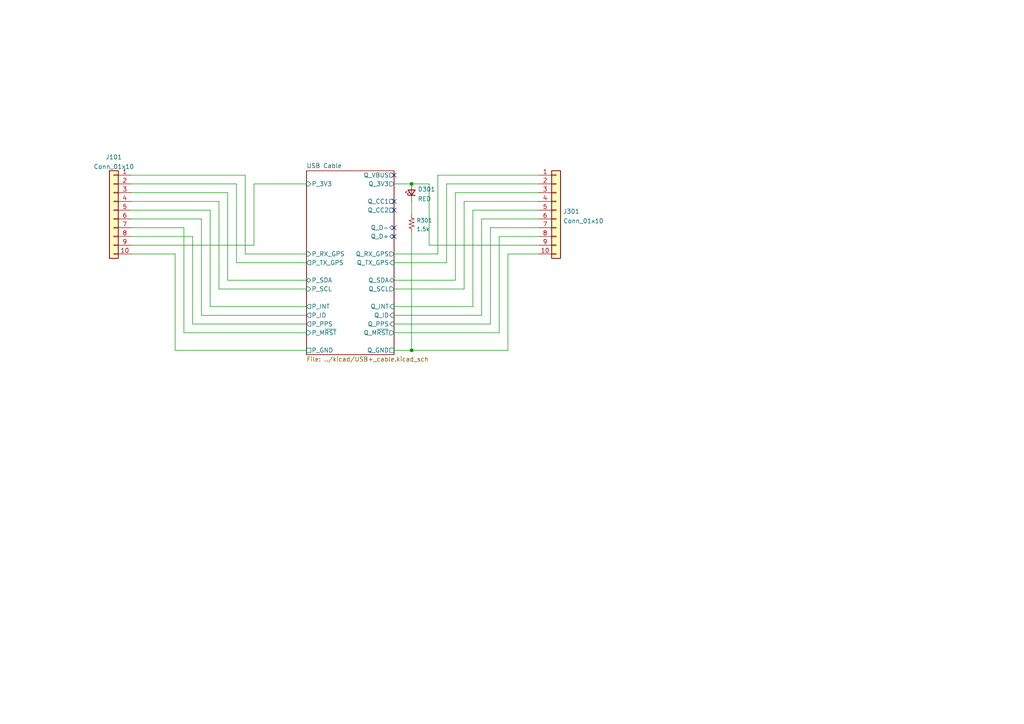
<source format=kicad_sch>
(kicad_sch (version 20211123) (generator eeschema)
  (paper "A4")
  (lib_symbols
    (symbol "Connector_Generic:Conn_01x10" (pin_names (offset 1.016) hide)
      (property "Reference" "J" (at 0 12.7 0))
      (property "Value" "Conn_01x10" (at 0 -15.24 0))
      (symbol "Conn_01x10_1_1"
        (rectangle (start -1.27 -12.573) (end 0 -12.827) (stroke (width 0.1524)))
        (rectangle (start -1.27 -10.033) (end 0 -10.287) (stroke (width 0.1524)))
        (rectangle (start -1.27 -7.493) (end 0 -7.747) (stroke (width 0.1524)))
        (rectangle (start -1.27 -4.953) (end 0 -5.207) (stroke (width 0.1524)))
        (rectangle (start -1.27 -2.413) (end 0 -2.667) (stroke (width 0.1524)))
        (rectangle (start -1.27 0.127) (end 0 -0.127) (stroke (width 0.1524)))
        (rectangle (start -1.27 2.667) (end 0 2.413) (stroke (width 0.1524)))
        (rectangle (start -1.27 5.207) (end 0 4.953) (stroke (width 0.1524)))
        (rectangle (start -1.27 7.747) (end 0 7.493) (stroke (width 0.1524)))
        (rectangle (start -1.27 10.287) (end 0 10.033) (stroke (width 0.1524)))
        (rectangle (start -1.27 11.43) (end 1.27 -13.97) (stroke (width 0.254)) (fill (type background)))
        (pin passive line (at -5.08 10.16 0) (length 3.81) (name "Pin_1") (number "1"))
        (pin passive line (at -5.08 -12.7 0) (length 3.81) (name "Pin_10") (number "10"))
        (pin passive line (at -5.08 7.62 0) (length 3.81) (name "Pin_2") (number "2"))
        (pin passive line (at -5.08 5.08 0) (length 3.81) (name "Pin_3") (number "3"))
        (pin passive line (at -5.08 2.54 0) (length 3.81) (name "Pin_4") (number "4"))
        (pin passive line (at -5.08 0 0) (length 3.81) (name "Pin_5") (number "5"))
        (pin passive line (at -5.08 -2.54 0) (length 3.81) (name "Pin_6") (number "6"))
        (pin passive line (at -5.08 -5.08 0) (length 3.81) (name "Pin_7") (number "7"))
        (pin passive line (at -5.08 -7.62 0) (length 3.81) (name "Pin_8") (number "8"))
        (pin passive line (at -5.08 -10.16 0) (length 3.81) (name "Pin_9") (number "9"))
      )
    )
    (symbol "Device:LED_Small" (pin_numbers hide) (pin_names (offset 0.254) hide)
      (property "Reference" "D" (at -1.27 3.175 0))
      (property "Value" "LED_Small" (at -4.445 -2.54 0))
      (symbol "LED_Small_0_1"
        (polyline (pts (xy -0.762 -1.016) (xy -0.762 1.016)) (stroke (width 0.254)))
        (polyline (pts (xy 1.016 0) (xy -0.762 0)))
        (polyline (pts (xy 0.762 -1.016) (xy -0.762 0) (xy 0.762 1.016) (xy 0.762 -1.016)) (stroke (width 0.254)))
        (polyline (pts (xy 0 0.762) (xy -0.508 1.27) (xy -0.254 1.27) (xy -0.508 1.27) (xy -0.508 1.016)))
        (polyline (pts (xy 0.508 1.27) (xy 0 1.778) (xy 0.254 1.778) (xy 0 1.778) (xy 0 1.524)))
      )
      (symbol "LED_Small_1_1"
        (pin passive line (at -2.54 0 0) (length 1.778) (name "K") (number "1"))
        (pin passive line (at 2.54 0 180) (length 1.778) (name "A") (number "2"))
      )
    )
    (symbol "KwanSystems:RESISTOR" (pin_numbers hide) (pin_names (offset 1.016) hide)
      (property "Reference" "R" (at -1.27 1.27 0))
      (property "Value" "RESISTOR" (at -1.27 -2.54 0))
      (symbol "RESISTOR_0_1"
        (polyline (pts (xy 0 0) (xy -0.254 0.762) (xy -0.762 -0.762) (xy -1.27 0.762) (xy -1.524 0)))
        (polyline (pts (xy 0 0) (xy 0.254 -0.762) (xy 0.762 0.762) (xy 1.27 -0.762) (xy 1.524 0)))
      )
      (symbol "RESISTOR_1_1"
        (pin passive line (at -2.54 0 0) (length 0.9906) (name "1") (number "1"))
        (pin passive line (at 2.54 0 180) (length 0.9906) (name "2") (number "2"))
      )
    )
  )
  (junction (at 119.38 101.6))
  (junction (at 119.38 53.34))
  (no_connect (at 114.3 66.04))
  (no_connect (at 114.3 68.58))
  (no_connect (at 114.3 60.96))
  (no_connect (at 114.3 50.8))
  (no_connect (at 114.3 58.42))
  (wire (pts (xy 53.34 66.04) (xy 38.1 66.04)))
  (wire (pts (xy 132.08 55.88) (xy 156.21 55.88)))
  (wire (pts (xy 88.9 81.28) (xy 66.04 81.28)))
  (wire (pts (xy 114.3 96.52) (xy 144.78 96.52)))
  (wire (pts (xy 147.32 73.66) (xy 147.32 101.6)))
  (wire (pts (xy 66.04 81.28) (xy 66.04 55.88)))
  (wire (pts (xy 68.58 76.2) (xy 68.58 53.34)))
  (wire (pts (xy 114.3 93.98) (xy 142.24 93.98)))
  (wire (pts (xy 63.5 83.82) (xy 63.5 58.42)))
  (wire (pts (xy 124.46 71.12) (xy 156.21 71.12)))
  (wire (pts (xy 60.96 88.9) (xy 60.96 60.96)))
  (wire (pts (xy 58.42 63.5) (xy 38.1 63.5)))
  (wire (pts (xy 134.62 58.42) (xy 156.21 58.42)))
  (wire (pts (xy 129.54 53.34) (xy 129.54 76.2)))
  (wire (pts (xy 50.8 101.6) (xy 50.8 73.66)))
  (wire (pts (xy 142.24 66.04) (xy 156.21 66.04)))
  (wire (pts (xy 50.8 101.6) (xy 88.9 101.6)))
  (wire (pts (xy 119.38 53.34) (xy 124.46 53.34)))
  (wire (pts (xy 114.3 76.2) (xy 129.54 76.2)))
  (wire (pts (xy 88.9 93.98) (xy 55.88 93.98)))
  (wire (pts (xy 124.46 53.34) (xy 124.46 71.12)))
  (wire (pts (xy 88.9 96.52) (xy 53.34 96.52)))
  (wire (pts (xy 50.8 73.66) (xy 38.1 73.66)))
  (wire (pts (xy 88.9 76.2) (xy 68.58 76.2)))
  (wire (pts (xy 139.7 63.5) (xy 139.7 91.44)))
  (wire (pts (xy 73.66 53.34) (xy 88.9 53.34)))
  (wire (pts (xy 134.62 58.42) (xy 134.62 83.82)))
  (wire (pts (xy 63.5 58.42) (xy 38.1 58.42)))
  (wire (pts (xy 88.9 83.82) (xy 63.5 83.82)))
  (wire (pts (xy 144.78 68.58) (xy 144.78 96.52)))
  (wire (pts (xy 60.96 60.96) (xy 38.1 60.96)))
  (wire (pts (xy 139.7 63.5) (xy 156.21 63.5)))
  (wire (pts (xy 71.12 50.8) (xy 38.1 50.8)))
  (wire (pts (xy 119.38 58.42) (xy 119.38 62.23)))
  (wire (pts (xy 132.08 55.88) (xy 132.08 81.28)))
  (wire (pts (xy 114.3 91.44) (xy 139.7 91.44)))
  (wire (pts (xy 88.9 73.66) (xy 71.12 73.66)))
  (wire (pts (xy 114.3 81.28) (xy 132.08 81.28)))
  (wire (pts (xy 114.3 53.34) (xy 119.38 53.34)))
  (wire (pts (xy 73.66 53.34) (xy 73.66 71.12)))
  (wire (pts (xy 114.3 101.6) (xy 119.38 101.6)))
  (wire (pts (xy 53.34 66.04) (xy 53.34 96.52)))
  (wire (pts (xy 60.96 88.9) (xy 88.9 88.9)))
  (wire (pts (xy 114.3 83.82) (xy 134.62 83.82)))
  (wire (pts (xy 73.66 71.12) (xy 38.1 71.12)))
  (wire (pts (xy 137.16 60.96) (xy 137.16 88.9)))
  (wire (pts (xy 127 50.8) (xy 156.21 50.8)))
  (wire (pts (xy 71.12 73.66) (xy 71.12 50.8)))
  (wire (pts (xy 147.32 73.66) (xy 156.21 73.66)))
  (wire (pts (xy 58.42 91.44) (xy 58.42 63.5)))
  (wire (pts (xy 144.78 68.58) (xy 156.21 68.58)))
  (wire (pts (xy 137.16 60.96) (xy 156.21 60.96)))
  (wire (pts (xy 88.9 91.44) (xy 58.42 91.44)))
  (wire (pts (xy 119.38 67.31) (xy 119.38 101.6)))
  (wire (pts (xy 119.38 101.6) (xy 147.32 101.6)))
  (wire (pts (xy 127 50.8) (xy 127 73.66)))
  (wire (pts (xy 142.24 66.04) (xy 142.24 93.98)))
  (wire (pts (xy 68.58 53.34) (xy 38.1 53.34)))
  (wire (pts (xy 55.88 68.58) (xy 38.1 68.58)))
  (wire (pts (xy 129.54 53.34) (xy 156.21 53.34)))
  (wire (pts (xy 114.3 88.9) (xy 137.16 88.9)))
  (wire (pts (xy 66.04 55.88) (xy 38.1 55.88)))
  (wire (pts (xy 55.88 68.58) (xy 55.88 93.98)))
  (wire (pts (xy 114.3 73.66) (xy 127 73.66)))
  (symbol (lib_id "KwanSystems:RESISTOR") (at 119.38 64.77 90) (unit 1)
    (property "Reference" "R301" (at 120.777 63.9397 90) (effects (font (size 1.143 1.143)) (justify right)))
    (property "Value" "1.5k" (at 120.777 66.4625 90) (effects (font (size 1.143 1.143)) (justify right)))
    (property "Footprint" "Resistor_SMD:R_0402_1005Metric" (effects hide))
  )
  (symbol (lib_id "Connector_Generic:Conn_01x10") (at 33.02 60.96 0) (mirror y) (unit 1)
    (property "Reference" "J101" (at 33.02 45.5635 0))
    (property "Value" "Conn_01x10" (at 33.02 48.3386 0))
    (property "Footprint" "Connector_PinHeader_2.54mm:PinHeader_1x10_P2.54mm_Vertical" (effects hide))
  )
  (symbol (lib_id "Connector_Generic:Conn_01x10") (at 161.29 60.96 0) (unit 1)
    (property "Reference" "J301" (at 163.322 61.3215 0) (effects (justify left)))
    (property "Value" "Conn_01x10" (at 163.322 64.0966 0) (effects (justify left)))
    (property "Footprint" "Connector_PinHeader_2.54mm:PinHeader_1x10_P2.54mm_Vertical" (effects hide))
  )
  (symbol (lib_id "Device:LED_Small") (at 119.38 55.88 90) (unit 1)
    (property "Reference" "D301" (at 121.158 54.908 90) (effects (justify right)))
    (property "Value" "RED" (at 121.158 57.6831 90) (effects (justify right)))
    (property "Footprint" "LED_SMD:LED_0603_1608Metric" (effects hide))
  )
  (sheet (at 88.9 49.53) (size 25.4 53.34) (stroke (width 0.1524))
    (property "Sheet name" "USB Cable" (at 88.9 48.8184 0) (effects (justify left bottom)))
    (property "Sheet file" "../kicad/USB+_cable.kicad_sch" (at 88.9 103.4546 0) (effects (justify left top)))
    (pin "Q_CC1" passive (at 114.3 58.42 0))
    (pin "Q_CC2" passive (at 114.3 60.96 0))
    (pin "Q_D-" bidirectional (at 114.3 66.04 0))
    (pin "Q_VBUS" output (at 114.3 50.8 0))
    (pin "Q_RX_GPS" output (at 114.3 73.66 0))
    (pin "Q_D+" bidirectional (at 114.3 68.58 0))
    (pin "Q_TX_GPS" input (at 114.3 76.2 0))
    (pin "Q_SDA" bidirectional (at 114.3 81.28 0))
    (pin "Q_SCL" output (at 114.3 83.82 0))
    (pin "Q_INT" input (at 114.3 88.9 0))
    (pin "Q_ID" input (at 114.3 91.44 0))
    (pin "Q_PPS" input (at 114.3 93.98 0))
    (pin "Q_M~{RST}" output (at 114.3 96.52 0))
    (pin "Q_3V3" output (at 114.3 53.34 0))
    (pin "Q_GND" passive (at 114.3 101.6 0))
    (pin "P_SCL" input (at 88.9 83.82 180))
    (pin "P_TX_GPS" output (at 88.9 76.2 180))
    (pin "P_SDA" bidirectional (at 88.9 81.28 180))
    (pin "P_M~{RST}" input (at 88.9 96.52 180))
    (pin "P_RX_GPS" input (at 88.9 73.66 180))
    (pin "P_PPS" output (at 88.9 93.98 180))
    (pin "P_ID" output (at 88.9 91.44 180))
    (pin "P_GND" passive (at 88.9 101.6 180))
    (pin "P_INT" output (at 88.9 88.9 180))
    (pin "P_3V3" input (at 88.9 53.34 180))
  )
)
</source>
